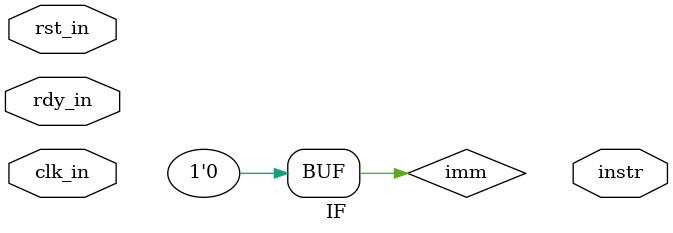
<source format=v>
module IF (
    input wire clk_in,
    input wire rst_in,
    input wire rdy_in,
        
    
    output wire [31:0] instr
);

reg [31:0] pc;
reg stall, carryUp;
wire [31:0] icache_instr;
assign imm = 0;
assign predict_pc = pc + imm;

always @(posedge clk_in)
  begin
    if (rst_in)
      begin
        pc <= 0;
        stall <= 0;
        carryUp <= 0;

      end
    else if (!rdy_in)
      begin
      
      end
    else
      begin
        carryUp <= 0;

      end
  end

endmodule
</source>
